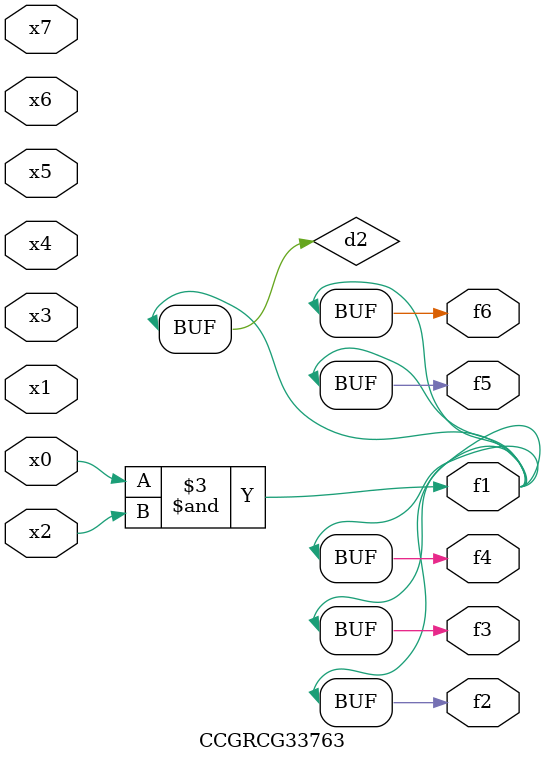
<source format=v>
module CCGRCG33763(
	input x0, x1, x2, x3, x4, x5, x6, x7,
	output f1, f2, f3, f4, f5, f6
);

	wire d1, d2;

	nor (d1, x3, x6);
	and (d2, x0, x2);
	assign f1 = d2;
	assign f2 = d2;
	assign f3 = d2;
	assign f4 = d2;
	assign f5 = d2;
	assign f6 = d2;
endmodule

</source>
